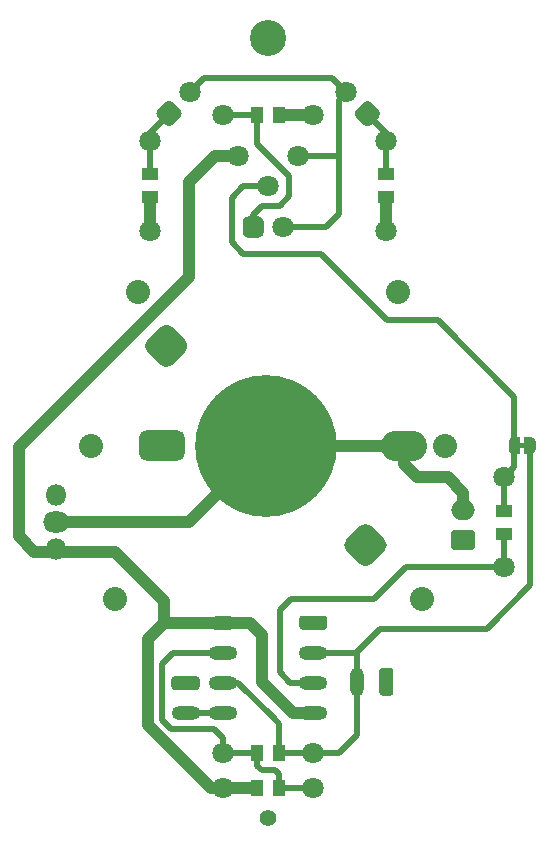
<source format=gbr>
%TF.GenerationSoftware,KiCad,Pcbnew,5.1.9-73d0e3b20d~88~ubuntu20.04.1*%
%TF.CreationDate,2021-09-08T23:10:41+05:30*%
%TF.ProjectId,MAP6,4d415036-2e6b-4696-9361-645f70636258,1*%
%TF.SameCoordinates,Original*%
%TF.FileFunction,Copper,L2,Bot*%
%TF.FilePolarity,Positive*%
%FSLAX46Y46*%
G04 Gerber Fmt 4.6, Leading zero omitted, Abs format (unit mm)*
G04 Created by KiCad (PCBNEW 5.1.9-73d0e3b20d~88~ubuntu20.04.1) date 2021-09-08 23:10:41*
%MOMM*%
%LPD*%
G01*
G04 APERTURE LIST*
%TA.AperFunction,EtchedComponent*%
%ADD10C,0.050800*%
%TD*%
%TA.AperFunction,SMDPad,CuDef*%
%ADD11C,12.000000*%
%TD*%
%TA.AperFunction,ComponentPad*%
%ADD12O,3.900000X2.600000*%
%TD*%
%TA.AperFunction,ComponentPad*%
%ADD13C,1.800000*%
%TD*%
%TA.AperFunction,SMDPad,CuDef*%
%ADD14R,1.450000X1.000000*%
%TD*%
%TA.AperFunction,SMDPad,CuDef*%
%ADD15R,1.000000X1.450000*%
%TD*%
%TA.AperFunction,ComponentPad*%
%ADD16O,1.200000X2.400000*%
%TD*%
%TA.AperFunction,SMDPad,CuDef*%
%ADD17C,0.050800*%
%TD*%
%TA.AperFunction,ComponentPad*%
%ADD18O,1.800000X1.800000*%
%TD*%
%TA.AperFunction,ComponentPad*%
%ADD19O,2.200000X1.800000*%
%TD*%
%TA.AperFunction,ComponentPad*%
%ADD20O,2.400000X1.200000*%
%TD*%
%TA.AperFunction,ComponentPad*%
%ADD21C,3.048000*%
%TD*%
%TA.AperFunction,ComponentPad*%
%ADD22C,2.036000*%
%TD*%
%TA.AperFunction,ComponentPad*%
%ADD23C,1.400000*%
%TD*%
%TA.AperFunction,ComponentPad*%
%ADD24O,2.000000X1.700000*%
%TD*%
%TA.AperFunction,Conductor*%
%ADD25C,1.000000*%
%TD*%
%TA.AperFunction,Conductor*%
%ADD26C,0.500000*%
%TD*%
G04 APERTURE END LIST*
D10*
%TO.C,JP1*%
G36*
X170250000Y-109800000D02*
G01*
X169750000Y-109800000D01*
X169750000Y-110200000D01*
X170250000Y-110200000D01*
X170250000Y-109800000D01*
G37*
%TD*%
D11*
%TO.P,BT2,1*%
%TO.N,Net-(BT1-Pad1)*%
X148300000Y-110000000D03*
%TO.P,BT2,2*%
%TO.N,/GND*%
%TA.AperFunction,ComponentPad*%
G36*
G01*
X158323238Y-118962578D02*
X157262578Y-120023238D01*
G75*
G02*
X156201918Y-120023238I-530330J530330D01*
G01*
X155141258Y-118962578D01*
G75*
G02*
X155141258Y-117901918I530330J530330D01*
G01*
X156201918Y-116841258D01*
G75*
G02*
X157262578Y-116841258I530330J-530330D01*
G01*
X158323238Y-117901918D01*
G75*
G02*
X158323238Y-118962578I-530330J-530330D01*
G01*
G37*
%TD.AperFunction*%
%TA.AperFunction,ComponentPad*%
G36*
G01*
X141458742Y-102098082D02*
X140398082Y-103158742D01*
G75*
G02*
X139337422Y-103158742I-530330J530330D01*
G01*
X138276762Y-102098082D01*
G75*
G02*
X138276762Y-101037422I530330J530330D01*
G01*
X139337422Y-99976762D01*
G75*
G02*
X140398082Y-99976762I530330J-530330D01*
G01*
X141458742Y-101037422D01*
G75*
G02*
X141458742Y-102098082I-530330J-530330D01*
G01*
G37*
%TD.AperFunction*%
%TD*%
D12*
%TO.P,BT1,1*%
%TO.N,Net-(BT1-Pad1)*%
X160000000Y-110000000D03*
%TO.P,BT1,2*%
%TO.N,/GND*%
%TA.AperFunction,ComponentPad*%
G36*
G01*
X138200000Y-108700000D02*
X140800000Y-108700000D01*
G75*
G02*
X141450000Y-109350000I0J-650000D01*
G01*
X141450000Y-110650000D01*
G75*
G02*
X140800000Y-111300000I-650000J0D01*
G01*
X138200000Y-111300000D01*
G75*
G02*
X137550000Y-110650000I0J650000D01*
G01*
X137550000Y-109350000D01*
G75*
G02*
X138200000Y-108700000I650000J0D01*
G01*
G37*
%TD.AperFunction*%
%TD*%
D13*
%TO.P,D1,1*%
%TO.N,Net-(D1-Pad1)*%
X155101974Y-80101974D03*
%TO.P,D1,2*%
%TO.N,/left_eye*%
%TA.AperFunction,ComponentPad*%
G36*
G01*
X155943432Y-81579828D02*
X156579828Y-80943432D01*
G75*
G02*
X157216224Y-80943432I318198J-318198D01*
G01*
X157852620Y-81579828D01*
G75*
G02*
X157852620Y-82216224I-318198J-318198D01*
G01*
X157216224Y-82852620D01*
G75*
G02*
X156579828Y-82852620I-318198J318198D01*
G01*
X155943432Y-82216224D01*
G75*
G02*
X155943432Y-81579828I318198J318198D01*
G01*
G37*
%TD.AperFunction*%
%TD*%
%TO.P,D2,2*%
%TO.N,/right_eye*%
%TA.AperFunction,ComponentPad*%
G36*
G01*
X140420172Y-80943432D02*
X141056568Y-81579828D01*
G75*
G02*
X141056568Y-82216224I-318198J-318198D01*
G01*
X140420172Y-82852620D01*
G75*
G02*
X139783776Y-82852620I-318198J318198D01*
G01*
X139147380Y-82216224D01*
G75*
G02*
X139147380Y-81579828I318198J318198D01*
G01*
X139783776Y-80943432D01*
G75*
G02*
X140420172Y-80943432I318198J-318198D01*
G01*
G37*
%TD.AperFunction*%
%TO.P,D2,1*%
%TO.N,Net-(D1-Pad1)*%
X141898026Y-80101974D03*
%TD*%
D14*
%TO.P,R5,2*%
%TO.N,Net-(R5-Pad2)*%
X168500000Y-117450000D03*
%TO.P,R5,1*%
%TO.N,Net-(JP1-Pad2)*%
X168500000Y-115550000D03*
D13*
%TO.P,R5,2*%
%TO.N,Net-(R5-Pad2)*%
X168500000Y-120310000D03*
%TO.P,R5,1*%
%TO.N,Net-(JP1-Pad2)*%
X168500000Y-112690000D03*
%TD*%
%TO.P,R2,1*%
%TO.N,/GND*%
X138500000Y-91810000D03*
%TO.P,R2,2*%
%TO.N,/right_eye*%
X138500000Y-84190000D03*
D14*
%TO.P,R2,1*%
%TO.N,/GND*%
X138500000Y-88950000D03*
%TO.P,R2,2*%
%TO.N,/right_eye*%
X138500000Y-87050000D03*
%TD*%
D13*
%TO.P,R1,1*%
%TO.N,/GND*%
X158500000Y-91810000D03*
%TO.P,R1,2*%
%TO.N,/left_eye*%
X158500000Y-84190000D03*
D14*
%TO.P,R1,1*%
%TO.N,/GND*%
X158500000Y-88950000D03*
%TO.P,R1,2*%
%TO.N,/left_eye*%
X158500000Y-87050000D03*
%TD*%
D13*
%TO.P,R3,1*%
%TO.N,/GND*%
X152310000Y-82000000D03*
%TO.P,R3,2*%
%TO.N,/motor*%
X144690000Y-82000000D03*
D15*
%TO.P,R3,1*%
%TO.N,/GND*%
X149450000Y-82000000D03*
%TO.P,R3,2*%
%TO.N,/motor*%
X147550000Y-82000000D03*
%TD*%
D13*
%TO.P,R4,1*%
%TO.N,Net-(R4-Pad1)*%
X152310000Y-139000000D03*
%TO.P,R4,2*%
%TO.N,/6V*%
X144690000Y-139000000D03*
D15*
%TO.P,R4,1*%
%TO.N,Net-(R4-Pad1)*%
X149450000Y-139000000D03*
%TO.P,R4,2*%
%TO.N,/6V*%
X147550000Y-139000000D03*
%TD*%
D13*
%TO.P,R6,1*%
%TO.N,Net-(C1-Pad1)*%
X152310000Y-136000000D03*
%TO.P,R6,2*%
%TO.N,Net-(R4-Pad1)*%
X144690000Y-136000000D03*
D15*
%TO.P,R6,1*%
%TO.N,Net-(C1-Pad1)*%
X149450000Y-136000000D03*
%TO.P,R6,2*%
%TO.N,Net-(R4-Pad1)*%
X147550000Y-136000000D03*
%TD*%
D16*
%TO.P,C1,1*%
%TO.N,Net-(C1-Pad1)*%
X156000000Y-130000000D03*
%TO.P,C1,2*%
%TO.N,/GND*%
%TA.AperFunction,ComponentPad*%
G36*
G01*
X157900000Y-130900000D02*
X157900000Y-129100000D01*
G75*
G02*
X158200000Y-128800000I300000J0D01*
G01*
X158800000Y-128800000D01*
G75*
G02*
X159100000Y-129100000I0J-300000D01*
G01*
X159100000Y-130900000D01*
G75*
G02*
X158800000Y-131200000I-300000J0D01*
G01*
X158200000Y-131200000D01*
G75*
G02*
X157900000Y-130900000I0J300000D01*
G01*
G37*
%TD.AperFunction*%
%TD*%
%TA.AperFunction,SMDPad,CuDef*%
D17*
%TO.P,JP1,1*%
%TO.N,Net-(C1-Pad1)*%
G36*
X170150000Y-109250000D02*
G01*
X170650000Y-109250000D01*
X170650000Y-109250602D01*
X170674534Y-109250602D01*
X170723365Y-109255412D01*
X170771490Y-109264984D01*
X170818445Y-109279228D01*
X170863778Y-109298005D01*
X170907051Y-109321136D01*
X170947850Y-109348396D01*
X170985779Y-109379524D01*
X171020476Y-109414221D01*
X171051604Y-109452150D01*
X171078864Y-109492949D01*
X171101995Y-109536222D01*
X171120772Y-109581555D01*
X171135016Y-109628510D01*
X171144588Y-109676635D01*
X171149398Y-109725466D01*
X171149398Y-109750000D01*
X171150000Y-109750000D01*
X171150000Y-110250000D01*
X171149398Y-110250000D01*
X171149398Y-110274534D01*
X171144588Y-110323365D01*
X171135016Y-110371490D01*
X171120772Y-110418445D01*
X171101995Y-110463778D01*
X171078864Y-110507051D01*
X171051604Y-110547850D01*
X171020476Y-110585779D01*
X170985779Y-110620476D01*
X170947850Y-110651604D01*
X170907051Y-110678864D01*
X170863778Y-110701995D01*
X170818445Y-110720772D01*
X170771490Y-110735016D01*
X170723365Y-110744588D01*
X170674534Y-110749398D01*
X170650000Y-110749398D01*
X170650000Y-110750000D01*
X170150000Y-110750000D01*
X170150000Y-109250000D01*
G37*
%TD.AperFunction*%
%TA.AperFunction,SMDPad,CuDef*%
%TO.P,JP1,2*%
%TO.N,Net-(JP1-Pad2)*%
G36*
X169350000Y-110749398D02*
G01*
X169325466Y-110749398D01*
X169276635Y-110744588D01*
X169228510Y-110735016D01*
X169181555Y-110720772D01*
X169136222Y-110701995D01*
X169092949Y-110678864D01*
X169052150Y-110651604D01*
X169014221Y-110620476D01*
X168979524Y-110585779D01*
X168948396Y-110547850D01*
X168921136Y-110507051D01*
X168898005Y-110463778D01*
X168879228Y-110418445D01*
X168864984Y-110371490D01*
X168855412Y-110323365D01*
X168850602Y-110274534D01*
X168850602Y-110250000D01*
X168850000Y-110250000D01*
X168850000Y-109750000D01*
X168850602Y-109750000D01*
X168850602Y-109725466D01*
X168855412Y-109676635D01*
X168864984Y-109628510D01*
X168879228Y-109581555D01*
X168898005Y-109536222D01*
X168921136Y-109492949D01*
X168948396Y-109452150D01*
X168979524Y-109414221D01*
X169014221Y-109379524D01*
X169052150Y-109348396D01*
X169092949Y-109321136D01*
X169136222Y-109298005D01*
X169181555Y-109279228D01*
X169228510Y-109264984D01*
X169276635Y-109255412D01*
X169325466Y-109250602D01*
X169350000Y-109250602D01*
X169350000Y-109250000D01*
X169850000Y-109250000D01*
X169850000Y-110750000D01*
X169350000Y-110750000D01*
X169350000Y-110749398D01*
G37*
%TD.AperFunction*%
%TD*%
D13*
%TO.P,M1,1*%
%TO.N,Net-(D1-Pad1)*%
X149770000Y-91500000D03*
%TO.P,M1,2*%
%TO.N,/motor*%
%TA.AperFunction,ComponentPad*%
G36*
G01*
X148130000Y-91050000D02*
X148130000Y-91950000D01*
G75*
G02*
X147680000Y-92400000I-450000J0D01*
G01*
X146780000Y-92400000D01*
G75*
G02*
X146330000Y-91950000I0J450000D01*
G01*
X146330000Y-91050000D01*
G75*
G02*
X146780000Y-90600000I450000J0D01*
G01*
X147680000Y-90600000D01*
G75*
G02*
X148130000Y-91050000I0J-450000D01*
G01*
G37*
%TD.AperFunction*%
%TD*%
%TO.P,Q1,1*%
%TO.N,/6V*%
X145960000Y-85500000D03*
%TO.P,Q1,3*%
%TO.N,Net-(D1-Pad1)*%
X151040000Y-85500000D03*
%TO.P,Q1,2*%
%TO.N,Net-(JP1-Pad2)*%
X148500000Y-88040000D03*
%TD*%
D18*
%TO.P,SW1,1*%
%TO.N,/6V*%
X130500000Y-118800000D03*
D19*
%TO.P,SW1,2*%
%TO.N,Net-(BT1-Pad1)*%
X130500000Y-116500000D03*
D18*
%TO.P,SW1,3*%
%TO.N,N/C*%
X130500000Y-114200000D03*
%TD*%
%TO.P,C2,2*%
%TO.N,/GND*%
%TA.AperFunction,ComponentPad*%
G36*
G01*
X142400000Y-130720000D02*
X140600000Y-130720000D01*
G75*
G02*
X140300000Y-130420000I0J300000D01*
G01*
X140300000Y-129820000D01*
G75*
G02*
X140600000Y-129520000I300000J0D01*
G01*
X142400000Y-129520000D01*
G75*
G02*
X142700000Y-129820000I0J-300000D01*
G01*
X142700000Y-130420000D01*
G75*
G02*
X142400000Y-130720000I-300000J0D01*
G01*
G37*
%TD.AperFunction*%
D20*
%TO.P,C2,1*%
%TO.N,Net-(C2-Pad1)*%
X141500000Y-132620000D03*
%TD*%
%TO.P,U1,1*%
%TO.N,/GND*%
%TA.AperFunction,ComponentPad*%
G36*
G01*
X153510000Y-124700000D02*
X153510000Y-125300000D01*
G75*
G02*
X153210000Y-125600000I-300000J0D01*
G01*
X151410000Y-125600000D01*
G75*
G02*
X151110000Y-125300000I0J300000D01*
G01*
X151110000Y-124700000D01*
G75*
G02*
X151410000Y-124400000I300000J0D01*
G01*
X153210000Y-124400000D01*
G75*
G02*
X153510000Y-124700000I0J-300000D01*
G01*
G37*
%TD.AperFunction*%
%TO.P,U1,5*%
%TO.N,Net-(C2-Pad1)*%
X144690000Y-132620000D03*
%TO.P,U1,2*%
%TO.N,Net-(C1-Pad1)*%
X152310000Y-127540000D03*
%TO.P,U1,6*%
X144690000Y-130080000D03*
%TO.P,U1,3*%
%TO.N,Net-(R5-Pad2)*%
X152310000Y-130080000D03*
%TO.P,U1,7*%
%TO.N,Net-(R4-Pad1)*%
X144690000Y-127540000D03*
%TO.P,U1,4*%
%TO.N,/6V*%
X152310000Y-132620000D03*
%TO.P,U1,8*%
X144690000Y-125000000D03*
%TD*%
D21*
%TO.P,G2,1*%
%TO.N,N/C*%
X148500000Y-75500000D03*
%TD*%
D22*
%TO.P,G3,1*%
%TO.N,N/C*%
X135500000Y-123000000D03*
%TD*%
%TO.P,G4,1*%
%TO.N,N/C*%
X137500000Y-97000000D03*
%TD*%
%TO.P,G5,1*%
%TO.N,N/C*%
X161500000Y-123000000D03*
%TD*%
%TO.P,G6,1*%
%TO.N,N/C*%
X159500000Y-97000000D03*
%TD*%
%TO.P,G7,1*%
%TO.N,N/C*%
X133500000Y-110000000D03*
%TD*%
%TO.P,G8,1*%
%TO.N,N/C*%
X163500000Y-110000000D03*
%TD*%
D23*
%TO.P,G9,1*%
%TO.N,N/C*%
X148500000Y-141500000D03*
%TD*%
D24*
%TO.P,J1,2*%
%TO.N,Net-(BT1-Pad1)*%
X165000000Y-115500000D03*
%TO.P,J1,1*%
%TO.N,/GND*%
%TA.AperFunction,ComponentPad*%
G36*
G01*
X165750000Y-118850000D02*
X164250000Y-118850000D01*
G75*
G02*
X164000000Y-118600000I0J250000D01*
G01*
X164000000Y-117400000D01*
G75*
G02*
X164250000Y-117150000I250000J0D01*
G01*
X165750000Y-117150000D01*
G75*
G02*
X166000000Y-117400000I0J-250000D01*
G01*
X166000000Y-118600000D01*
G75*
G02*
X165750000Y-118850000I-250000J0D01*
G01*
G37*
%TD.AperFunction*%
%TD*%
D25*
%TO.N,/GND*%
X152310000Y-82000000D02*
X149450000Y-82000000D01*
X138500000Y-88950000D02*
X138500000Y-91810000D01*
X158500000Y-91810000D02*
X158500000Y-88950000D01*
D26*
%TO.N,/motor*%
X147550000Y-82000000D02*
X144690000Y-82000000D01*
X150300000Y-88900000D02*
X150300000Y-87200000D01*
X150300000Y-87200000D02*
X147550000Y-84450000D01*
X149500000Y-89700000D02*
X150300000Y-88900000D01*
X147550000Y-84450000D02*
X147550000Y-82000000D01*
X148000000Y-89700000D02*
X149500000Y-89700000D01*
X147230000Y-90470000D02*
X148000000Y-89700000D01*
X147230000Y-91500000D02*
X147230000Y-90470000D01*
D25*
%TO.N,Net-(BT1-Pad1)*%
X165000000Y-115500000D02*
X165000000Y-114000000D01*
X165000000Y-114000000D02*
X163700000Y-112700000D01*
X163700000Y-112700000D02*
X161100000Y-112700000D01*
X160000000Y-111600000D02*
X160000000Y-110000000D01*
X161100000Y-112700000D02*
X160000000Y-111600000D01*
X160000000Y-110000000D02*
X148300000Y-110000000D01*
X141800000Y-116500000D02*
X130500000Y-116500000D01*
X148300000Y-110000000D02*
X141800000Y-116500000D01*
D26*
%TO.N,Net-(C1-Pad1)*%
X144690000Y-130080000D02*
X145980000Y-130080000D01*
X152310000Y-136000000D02*
X149450000Y-136000000D01*
X149450000Y-136000000D02*
X149450000Y-133550000D01*
X149450000Y-133550000D02*
X148950000Y-133050000D01*
X145980000Y-130080000D02*
X148950000Y-133050000D01*
X156000000Y-130000000D02*
X156000000Y-134500000D01*
X154500000Y-136000000D02*
X152310000Y-136000000D01*
X156000000Y-134500000D02*
X154500000Y-136000000D01*
X155960000Y-127540000D02*
X156000000Y-127500000D01*
X152310000Y-127540000D02*
X155960000Y-127540000D01*
X156000000Y-130000000D02*
X156000000Y-127500000D01*
X158000000Y-125500000D02*
X156000000Y-127500000D01*
X167000000Y-125500000D02*
X158000000Y-125500000D01*
X170650000Y-121850000D02*
X167000000Y-125500000D01*
X170650000Y-110000000D02*
X170650000Y-121850000D01*
%TO.N,Net-(C2-Pad1)*%
X144690000Y-132620000D02*
X141500000Y-132620000D01*
%TO.N,Net-(D1-Pad1)*%
X153900000Y-78900000D02*
X155101974Y-80101974D01*
X143100000Y-78900000D02*
X153900000Y-78900000D01*
X141898026Y-80101974D02*
X143100000Y-78900000D01*
X154500000Y-80703948D02*
X155101974Y-80101974D01*
X153400000Y-91500000D02*
X154500000Y-90400000D01*
X149770000Y-91500000D02*
X153400000Y-91500000D01*
X151040000Y-85500000D02*
X154500000Y-85500000D01*
X154500000Y-85500000D02*
X154500000Y-80703948D01*
X154500000Y-90400000D02*
X154500000Y-85500000D01*
%TO.N,Net-(JP1-Pad2)*%
X168500000Y-115550000D02*
X168500000Y-112690000D01*
X145400000Y-89000000D02*
X146360000Y-88040000D01*
X146360000Y-88040000D02*
X148500000Y-88040000D01*
X145400000Y-92800000D02*
X145400000Y-89000000D01*
X146400000Y-93800000D02*
X145400000Y-92800000D01*
X153000000Y-93800000D02*
X146400000Y-93800000D01*
X169350000Y-110000000D02*
X169350000Y-105850000D01*
X162850000Y-99350000D02*
X158550000Y-99350000D01*
X158550000Y-99350000D02*
X153000000Y-93800000D01*
X169350000Y-105850000D02*
X162850000Y-99350000D01*
X169350000Y-111840000D02*
X168500000Y-112690000D01*
X169350000Y-110000000D02*
X169350000Y-111840000D01*
D25*
%TO.N,/6V*%
X147550000Y-139000000D02*
X144690000Y-139000000D01*
X139700000Y-125000000D02*
X144690000Y-125000000D01*
X138300000Y-126400000D02*
X139700000Y-125000000D01*
X138300000Y-133621758D02*
X138300000Y-126400000D01*
X143678242Y-139000000D02*
X138300000Y-133621758D01*
X144690000Y-139000000D02*
X143678242Y-139000000D01*
X147000000Y-125000000D02*
X144690000Y-125000000D01*
X148000000Y-126000000D02*
X147000000Y-125000000D01*
X148000000Y-130000000D02*
X148000000Y-126000000D01*
X150620000Y-132620000D02*
X148000000Y-130000000D01*
X152310000Y-132620000D02*
X150620000Y-132620000D01*
X135500000Y-119000000D02*
X139700000Y-123200000D01*
X128700000Y-119000000D02*
X135500000Y-119000000D01*
X127400000Y-117700000D02*
X128700000Y-119000000D01*
X127400000Y-110100000D02*
X127400000Y-117700000D01*
X141800000Y-95700000D02*
X127400000Y-110100000D01*
X141800000Y-87700000D02*
X141800000Y-95700000D01*
X144000000Y-85500000D02*
X141800000Y-87700000D01*
X139700000Y-123200000D02*
X139700000Y-125000000D01*
X145960000Y-85500000D02*
X144000000Y-85500000D01*
D26*
%TO.N,Net-(R4-Pad1)*%
X147550000Y-136000000D02*
X144690000Y-136000000D01*
X152310000Y-139000000D02*
X149450000Y-139000000D01*
X139500000Y-128500000D02*
X140460000Y-127540000D01*
X140460000Y-127540000D02*
X144690000Y-127540000D01*
X139500000Y-133250000D02*
X139500000Y-128500000D01*
X143900000Y-134000000D02*
X140250000Y-134000000D01*
X144690000Y-134790000D02*
X143900000Y-134000000D01*
X140250000Y-134000000D02*
X139500000Y-133250000D01*
X144690000Y-136000000D02*
X144690000Y-134790000D01*
X147550000Y-137100000D02*
X147550000Y-136000000D01*
X147950000Y-137500000D02*
X147550000Y-137100000D01*
X149100000Y-137500000D02*
X147950000Y-137500000D01*
X149450000Y-137850000D02*
X149100000Y-137500000D01*
X149450000Y-139000000D02*
X149450000Y-137850000D01*
%TO.N,Net-(R5-Pad2)*%
X168500000Y-120310000D02*
X168500000Y-117450000D01*
X160190000Y-120310000D02*
X168500000Y-120310000D01*
X157500000Y-123000000D02*
X160190000Y-120310000D01*
X150450000Y-123000000D02*
X157500000Y-123000000D01*
X149500000Y-123950000D02*
X150450000Y-123000000D01*
X150380000Y-130080000D02*
X149500000Y-129200000D01*
X149500000Y-129200000D02*
X149500000Y-123950000D01*
X152310000Y-130080000D02*
X150380000Y-130080000D01*
%TO.N,/left_eye*%
X158500000Y-87050000D02*
X158500000Y-84190000D01*
X158500000Y-83500000D02*
X156898026Y-81898026D01*
X158500000Y-84190000D02*
X158500000Y-83500000D01*
%TO.N,/right_eye*%
X138500000Y-84190000D02*
X138500000Y-87050000D01*
X138500000Y-83500000D02*
X140101974Y-81898026D01*
X138500000Y-84190000D02*
X138500000Y-83500000D01*
%TD*%
M02*

</source>
